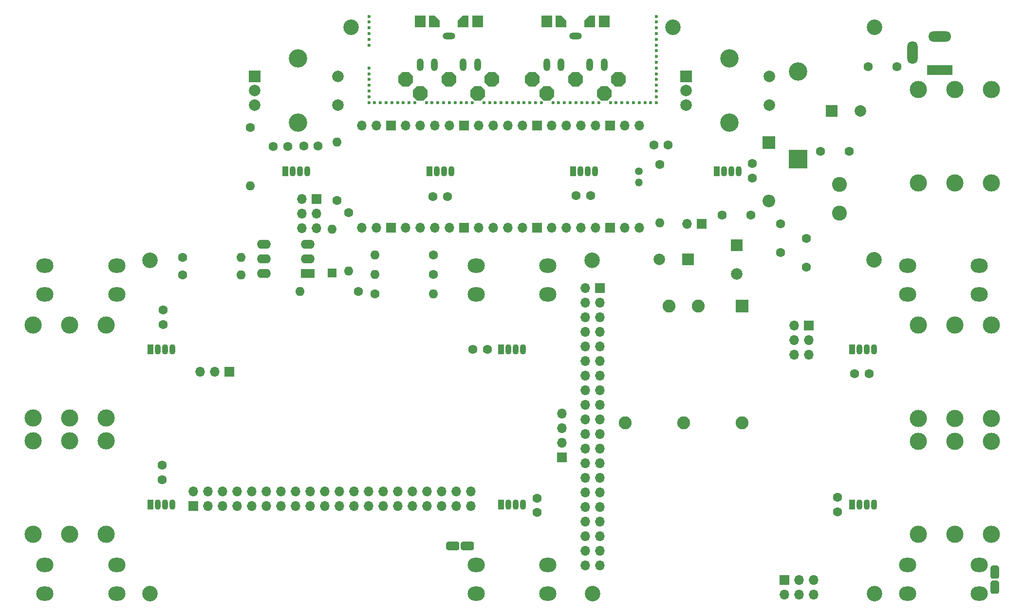
<source format=gbr>
%TF.GenerationSoftware,KiCad,Pcbnew,7.0.1.1-36-gbcf78dbe24-dirty-deb11*%
%TF.CreationDate,2023-04-24T19:27:53+00:00*%
%TF.ProjectId,pedalboard-hw,70656461-6c62-46f6-9172-642d68772e6b,2.0.0*%
%TF.SameCoordinates,Original*%
%TF.FileFunction,Soldermask,Top*%
%TF.FilePolarity,Negative*%
%FSLAX46Y46*%
G04 Gerber Fmt 4.6, Leading zero omitted, Abs format (unit mm)*
G04 Created by KiCad (PCBNEW 7.0.1.1-36-gbcf78dbe24-dirty-deb11) date 2023-04-24 19:27:53*
%MOMM*%
%LPD*%
G01*
G04 APERTURE LIST*
G04 Aperture macros list*
%AMRoundRect*
0 Rectangle with rounded corners*
0 $1 Rounding radius*
0 $2 $3 $4 $5 $6 $7 $8 $9 X,Y pos of 4 corners*
0 Add a 4 corners polygon primitive as box body*
4,1,4,$2,$3,$4,$5,$6,$7,$8,$9,$2,$3,0*
0 Add four circle primitives for the rounded corners*
1,1,$1+$1,$2,$3*
1,1,$1+$1,$4,$5*
1,1,$1+$1,$6,$7*
1,1,$1+$1,$8,$9*
0 Add four rect primitives between the rounded corners*
20,1,$1+$1,$2,$3,$4,$5,0*
20,1,$1+$1,$4,$5,$6,$7,0*
20,1,$1+$1,$6,$7,$8,$9,0*
20,1,$1+$1,$8,$9,$2,$3,0*%
%AMFreePoly0*
4,1,17,0.553688,1.285921,1.285921,0.553688,1.300800,0.517767,1.300800,-0.517767,1.285921,-0.553688,0.553688,-1.285921,0.517767,-1.300800,-0.517767,-1.300800,-0.553688,-1.285921,-1.285921,-0.553688,-1.300800,-0.517767,-1.300800,0.517767,-1.285921,0.553688,-0.553688,1.285921,-0.517767,1.300800,0.517767,1.300800,0.553688,1.285921,0.553688,1.285921,$1*%
%AMFreePoly1*
4,1,14,0.935921,1.035921,0.950800,1.000000,0.950800,-0.100000,0.935921,-0.135921,0.035921,-1.035921,0.000000,-1.050800,-0.900000,-1.050800,-0.935921,-1.035921,-0.950800,-1.000000,-0.950800,1.000000,-0.935921,1.035921,-0.900000,1.050800,0.900000,1.050800,0.935921,1.035921,0.935921,1.035921,$1*%
%AMFreePoly2*
4,1,14,0.935921,1.035921,0.950800,1.000000,0.950800,-1.000000,0.935921,-1.035921,0.900000,-1.050800,0.000000,-1.050800,-0.035921,-1.035921,-0.935921,-0.135921,-0.950800,-0.100000,-0.950800,1.000000,-0.935921,1.035921,-0.900000,1.050800,0.900000,1.050800,0.935921,1.035921,0.935921,1.035921,$1*%
G04 Aperture macros list end*
%ADD10C,2.700000*%
%ADD11C,1.600000*%
%ADD12O,1.200000X2.200000*%
%ADD13O,2.200000X1.200000*%
%ADD14C,3.000000*%
%ADD15R,4.400000X1.800000*%
%ADD16O,4.000000X1.800000*%
%ADD17O,1.800000X4.000000*%
%ADD18O,1.600000X1.600000*%
%ADD19R,1.070000X1.800000*%
%ADD20O,1.070000X1.800000*%
%ADD21R,2.250000X2.250000*%
%ADD22C,2.250000*%
%ADD23RoundRect,0.381000X-0.762000X-0.381000X0.762000X-0.381000X0.762000X0.381000X-0.762000X0.381000X0*%
%ADD24R,1.700000X1.700000*%
%ADD25O,1.700000X1.700000*%
%ADD26C,0.600000*%
%ADD27O,3.000000X2.500000*%
%ADD28R,2.400000X1.600000*%
%ADD29O,2.400000X1.600000*%
%ADD30C,2.600000*%
%ADD31FreePoly0,180.000000*%
%ADD32FreePoly0,270.000000*%
%ADD33FreePoly1,180.000000*%
%ADD34RoundRect,0.050800X0.900000X1.000000X-0.900000X1.000000X-0.900000X-1.000000X0.900000X-1.000000X0*%
%ADD35FreePoly2,180.000000*%
%ADD36R,2.000000X2.000000*%
%ADD37C,2.000000*%
%ADD38C,3.200000*%
%ADD39R,1.600000X1.600000*%
%ADD40R,3.200000X3.200000*%
%ADD41O,3.200000X3.200000*%
%ADD42RoundRect,0.381000X-0.381000X0.762000X-0.381000X-0.762000X0.381000X-0.762000X0.381000X0.762000X0*%
%ADD43R,2.200000X2.200000*%
%ADD44O,2.200000X2.200000*%
%ADD45C,1.350000*%
%ADD46O,1.350000X1.350000*%
G04 APERTURE END LIST*
D10*
%TO.C,H1*%
X168020000Y-121500000D03*
%TD*%
D11*
%TO.C,C5*%
X146800000Y-46700000D03*
X146800000Y-49200000D03*
%TD*%
D12*
%TO.C,J16*%
X121000000Y-29500000D03*
X118500000Y-29500000D03*
D13*
X116000000Y-24500000D03*
D12*
X111000000Y-29500000D03*
X113500000Y-29500000D03*
%TD*%
D10*
%TO.C,H7*%
X133000000Y-23000000D03*
%TD*%
D14*
%TO.C,J12*%
X28050000Y-111200000D03*
X28050000Y-94970000D03*
X21700000Y-111200000D03*
X21700000Y-94970000D03*
X34400000Y-111200000D03*
X34400000Y-94970000D03*
%TD*%
D11*
%TO.C,C16*%
X158637600Y-44600000D03*
X163637600Y-44600000D03*
%TD*%
D15*
%TO.C,J13*%
X179400000Y-30400000D03*
D16*
X179400000Y-24600000D03*
D17*
X174600000Y-27400000D03*
%TD*%
D11*
%TO.C,L5*%
X130700000Y-46820000D03*
D18*
X130700000Y-56980000D03*
%TD*%
D19*
%TO.C,D3*%
X115600000Y-48000000D03*
D20*
X116870000Y-48000000D03*
X118140000Y-48000000D03*
X119410000Y-48000000D03*
%TD*%
D14*
%TO.C,J11*%
X28085000Y-91000000D03*
X28085000Y-74770000D03*
X21735000Y-91000000D03*
X21735000Y-74770000D03*
X34435000Y-91000000D03*
X34435000Y-74770000D03*
%TD*%
D21*
%TO.C,PS1*%
X144960000Y-71520000D03*
D22*
X137340000Y-71520000D03*
X132260000Y-71520000D03*
X124640000Y-91840000D03*
X134800000Y-91840000D03*
X144960000Y-91840000D03*
%TD*%
D14*
%TO.C,J10*%
X181950000Y-94995000D03*
X181950000Y-111225000D03*
X188300000Y-94995000D03*
X188300000Y-111225000D03*
X175600000Y-94995000D03*
X175600000Y-111225000D03*
%TD*%
D23*
%TO.C,F4*%
X94670000Y-113200000D03*
X97270000Y-113200000D03*
%TD*%
D10*
%TO.C,H5*%
X42000000Y-63500000D03*
%TD*%
D19*
%TO.C,D4*%
X140600000Y-48000000D03*
D20*
X141870000Y-48000000D03*
X143140000Y-48000000D03*
X144410000Y-48000000D03*
%TD*%
D11*
%TO.C,C10*%
X109310000Y-104930000D03*
X109310000Y-107430000D03*
%TD*%
D19*
%TO.C,D7*%
X103100000Y-106000000D03*
D20*
X104370000Y-106000000D03*
X105640000Y-106000000D03*
X106910000Y-106000000D03*
%TD*%
D10*
%TO.C,H3*%
X118980000Y-121520000D03*
%TD*%
D24*
%TO.C,J7*%
X49590000Y-106320000D03*
D25*
X49590000Y-103780000D03*
X52130000Y-106320000D03*
X52130000Y-103780000D03*
X54670000Y-106320000D03*
X54670000Y-103780000D03*
X57210000Y-106320000D03*
X57210000Y-103780000D03*
X59750000Y-106320000D03*
X59750000Y-103780000D03*
X62290000Y-106320000D03*
X62290000Y-103780000D03*
X64830000Y-106320000D03*
X64830000Y-103780000D03*
X67370000Y-106320000D03*
X67370000Y-103780000D03*
X69910000Y-106320000D03*
X69910000Y-103780000D03*
X72450000Y-106320000D03*
X72450000Y-103780000D03*
X74990000Y-106320000D03*
X74990000Y-103780000D03*
X77530000Y-106320000D03*
X77530000Y-103780000D03*
X80070000Y-106320000D03*
X80070000Y-103780000D03*
X82610000Y-106320000D03*
X82610000Y-103780000D03*
X85150000Y-106320000D03*
X85150000Y-103780000D03*
X87690000Y-106320000D03*
X87690000Y-103780000D03*
X90230000Y-106320000D03*
X90230000Y-103780000D03*
X92770000Y-106320000D03*
X92770000Y-103780000D03*
X95310000Y-106320000D03*
X95310000Y-103780000D03*
X97850000Y-106320000D03*
X97850000Y-103780000D03*
%TD*%
D11*
%TO.C,C11*%
X161620000Y-107300000D03*
X161620000Y-104800000D03*
%TD*%
D26*
%TO.C,H10*%
X80100000Y-21075000D03*
X80100000Y-22075000D03*
X80100000Y-23075000D03*
X80100000Y-24075000D03*
X80100000Y-25075000D03*
X80100000Y-26075000D03*
X80100000Y-30075000D03*
X80100000Y-31075000D03*
X80100000Y-32075000D03*
X80100000Y-33075000D03*
X80100000Y-34075000D03*
X80100000Y-35075000D03*
X80100000Y-36075000D03*
X81100000Y-36075000D03*
X82100000Y-36075000D03*
X83100000Y-36075000D03*
X84100000Y-36075000D03*
X85100000Y-36075000D03*
X86100000Y-36075000D03*
X87100000Y-36075000D03*
X88100000Y-36075000D03*
X90100000Y-36075000D03*
X91100000Y-36075000D03*
X92100000Y-36075000D03*
X93100000Y-36075000D03*
X94100000Y-36075000D03*
X95100000Y-36075000D03*
X96100000Y-36075000D03*
X97100000Y-36075000D03*
X98100000Y-36075000D03*
X100100000Y-36075000D03*
X101100000Y-36075000D03*
X102100000Y-36075000D03*
X103100000Y-36075000D03*
X104100000Y-36075000D03*
X105100000Y-36075000D03*
X106100000Y-36075000D03*
X107100000Y-36075000D03*
X108100000Y-36075000D03*
X109100000Y-36075000D03*
X110100000Y-36075000D03*
X112100000Y-36075000D03*
X113100000Y-36075000D03*
X114100000Y-36075000D03*
X115100000Y-36075000D03*
X116100000Y-36075000D03*
X117100000Y-36075000D03*
X118100000Y-36075000D03*
X119100000Y-36075000D03*
X120100000Y-36075000D03*
X122100000Y-36075000D03*
X123100000Y-36075000D03*
X124100000Y-36075000D03*
X125100000Y-36075000D03*
X126100000Y-36075000D03*
X127100000Y-36075000D03*
X128100000Y-36075000D03*
X129100000Y-36075000D03*
X130100000Y-21075000D03*
X130100000Y-22075000D03*
X130100000Y-23075000D03*
X130100000Y-24075000D03*
X130100000Y-25075000D03*
X130100000Y-26075000D03*
X130100000Y-27075000D03*
X130100000Y-28075000D03*
X130100000Y-29075000D03*
X130100000Y-30075000D03*
X130100000Y-31075000D03*
X130100000Y-32075000D03*
X130100000Y-33075000D03*
X130100000Y-34075000D03*
X130100000Y-35075000D03*
X130100000Y-36075000D03*
%TD*%
D11*
%TO.C,C9*%
X44155000Y-101700000D03*
X44155000Y-99200000D03*
%TD*%
D27*
%TO.C,SW2*%
X98750000Y-64500000D03*
X111250000Y-64500000D03*
X98750000Y-69500000D03*
X111250000Y-69500000D03*
%TD*%
D19*
%TO.C,D9*%
X42100000Y-79000000D03*
D20*
X43370000Y-79000000D03*
X44640000Y-79000000D03*
X45910000Y-79000000D03*
%TD*%
D11*
%TO.C,R5*%
X74575000Y-53105000D03*
D18*
X74575000Y-42945000D03*
%TD*%
D28*
%TO.C,U2*%
X69475000Y-65800000D03*
D29*
X69475000Y-63260000D03*
X69475000Y-60720000D03*
X61855000Y-60720000D03*
X61855000Y-63260000D03*
X61855000Y-65800000D03*
%TD*%
D10*
%TO.C,H6*%
X77000000Y-23000000D03*
%TD*%
D30*
%TO.C,L6*%
X161900000Y-50300000D03*
X161900000Y-55300000D03*
%TD*%
D14*
%TO.C,J3*%
X181965000Y-33800000D03*
X181965000Y-50030000D03*
X188315000Y-33800000D03*
X188315000Y-50030000D03*
X175615000Y-33800000D03*
X175615000Y-50030000D03*
%TD*%
D11*
%TO.C,C1*%
X63475000Y-43700000D03*
X65975000Y-43700000D03*
%TD*%
D31*
%TO.C,J1*%
X108500000Y-32000000D03*
D32*
X116000000Y-32000000D03*
D31*
X123500000Y-32000000D03*
X111000000Y-34500000D03*
X121000000Y-34500000D03*
D33*
X118500000Y-22000000D03*
D34*
X121000000Y-22000000D03*
X111000000Y-22000000D03*
D35*
X113500000Y-22000000D03*
%TD*%
D19*
%TO.C,D2*%
X90600000Y-48000000D03*
D20*
X91870000Y-48000000D03*
X93140000Y-48000000D03*
X94410000Y-48000000D03*
%TD*%
D36*
%TO.C,SW7*%
X60250000Y-31500000D03*
D37*
X60250000Y-36500000D03*
X60250000Y-34000000D03*
D38*
X67750000Y-28400000D03*
X67750000Y-39600000D03*
D37*
X74750000Y-36500000D03*
X74750000Y-31500000D03*
%TD*%
D11*
%TO.C,C2*%
X68750000Y-43675000D03*
X71250000Y-43675000D03*
%TD*%
%TO.C,C8*%
X164570000Y-83300000D03*
X167070000Y-83300000D03*
%TD*%
D36*
%TO.C,C14*%
X144100000Y-60932323D03*
D37*
X144100000Y-65932323D03*
%TD*%
D11*
%TO.C,R1*%
X78280000Y-68980000D03*
D18*
X68120000Y-68980000D03*
%TD*%
D10*
%TO.C,H2*%
X167900000Y-63450000D03*
%TD*%
D36*
%TO.C,C15*%
X135600000Y-63400000D03*
D37*
X130600000Y-63400000D03*
%TD*%
D19*
%TO.C,D1*%
X65600000Y-48000000D03*
D20*
X66870000Y-48000000D03*
X68140000Y-48000000D03*
X69410000Y-48000000D03*
%TD*%
D11*
%TO.C,C3*%
X91250000Y-52400000D03*
X93750000Y-52400000D03*
%TD*%
D10*
%TO.C,H9*%
X42000000Y-121500000D03*
%TD*%
D14*
%TO.C,J9*%
X181950000Y-74780000D03*
X181950000Y-91010000D03*
X188300000Y-74780000D03*
X188300000Y-91010000D03*
X175600000Y-74780000D03*
X175600000Y-91010000D03*
%TD*%
D27*
%TO.C,SW1*%
X23750000Y-64500000D03*
X36250000Y-64500000D03*
X23750000Y-69500000D03*
X36250000Y-69500000D03*
%TD*%
D11*
%TO.C,C12*%
X129650000Y-43470000D03*
X132150000Y-43470000D03*
%TD*%
%TO.C,R3*%
X47695000Y-63050000D03*
D18*
X57855000Y-63050000D03*
%TD*%
D36*
%TO.C,C13*%
X160532323Y-37500000D03*
D37*
X165532323Y-37500000D03*
%TD*%
D19*
%TO.C,D5*%
X164100000Y-79000000D03*
D20*
X165370000Y-79000000D03*
X166640000Y-79000000D03*
X167910000Y-79000000D03*
%TD*%
D11*
%TO.C,R4*%
X81190000Y-69340000D03*
D18*
X91350000Y-69340000D03*
%TD*%
D19*
%TO.C,D10*%
X42100000Y-106000000D03*
D20*
X43370000Y-106000000D03*
X44640000Y-106000000D03*
X45910000Y-106000000D03*
%TD*%
D11*
%TO.C,L1*%
X76600000Y-55270000D03*
D18*
X76600000Y-65430000D03*
%TD*%
D11*
%TO.C,C18*%
X146500000Y-55700000D03*
X141500000Y-55700000D03*
%TD*%
D39*
%TO.C,D11*%
X73700000Y-65775000D03*
D18*
X73700000Y-58155000D03*
%TD*%
D11*
%TO.C,C4*%
X116150000Y-52300000D03*
X118650000Y-52300000D03*
%TD*%
D40*
%TO.C,D12*%
X154700000Y-45900000D03*
D41*
X154700000Y-30660000D03*
%TD*%
D11*
%TO.C,L2*%
X91280000Y-62575000D03*
D18*
X81120000Y-62575000D03*
%TD*%
D11*
%TO.C,F1*%
X171900000Y-29800000D03*
X166900000Y-29800000D03*
%TD*%
D10*
%TO.C,H4*%
X118900000Y-63565600D03*
%TD*%
D11*
%TO.C,C17*%
X151700000Y-57200000D03*
X151700000Y-62200000D03*
%TD*%
D19*
%TO.C,D6*%
X164100000Y-106000000D03*
D20*
X165370000Y-106000000D03*
X166640000Y-106000000D03*
X167910000Y-106000000D03*
%TD*%
D27*
%TO.C,SW6*%
X173750000Y-116500000D03*
X186250000Y-116500000D03*
X173750000Y-121500000D03*
X186250000Y-121500000D03*
%TD*%
%TO.C,SW3*%
X173750000Y-64500000D03*
X186250000Y-64500000D03*
X173750000Y-69500000D03*
X186250000Y-69500000D03*
%TD*%
D11*
%TO.C,C7*%
X100670000Y-79050000D03*
X98170000Y-79050000D03*
%TD*%
D27*
%TO.C,SW4*%
X23750000Y-116500000D03*
X36250000Y-116500000D03*
X23750000Y-121500000D03*
X36250000Y-121500000D03*
%TD*%
D10*
%TO.C,H8*%
X168000000Y-23000000D03*
%TD*%
D11*
%TO.C,L4*%
X91350000Y-65980000D03*
D18*
X81190000Y-65980000D03*
%TD*%
D36*
%TO.C,SW8*%
X135250000Y-31500000D03*
D37*
X135250000Y-36500000D03*
X135250000Y-34000000D03*
D38*
X142750000Y-28400000D03*
X142750000Y-39600000D03*
D37*
X149750000Y-36500000D03*
X149750000Y-31500000D03*
%TD*%
D11*
%TO.C,R2*%
X47695000Y-66050000D03*
D18*
X57855000Y-66050000D03*
%TD*%
D27*
%TO.C,SW5*%
X98750000Y-116500000D03*
X111250000Y-116500000D03*
X98750000Y-121500000D03*
X111250000Y-121500000D03*
%TD*%
D11*
%TO.C,C19*%
X156200000Y-64700000D03*
X156200000Y-59700000D03*
%TD*%
D31*
%TO.C,J2*%
X86505500Y-32000000D03*
D32*
X94005500Y-32000000D03*
D31*
X101505500Y-32000000D03*
X89005500Y-34500000D03*
X99005500Y-34500000D03*
D33*
X96505500Y-22000000D03*
D34*
X99005500Y-22000000D03*
X89005500Y-22000000D03*
D35*
X91505500Y-22000000D03*
%TD*%
D11*
%TO.C,C6*%
X44355000Y-72200000D03*
X44355000Y-74700000D03*
%TD*%
D42*
%TO.C,F5*%
X188930000Y-117806000D03*
X188930000Y-120406000D03*
%TD*%
D43*
%TO.C,D13*%
X149606000Y-43078400D03*
D44*
X149606000Y-53238400D03*
%TD*%
D19*
%TO.C,D8*%
X103100000Y-79000000D03*
D20*
X104370000Y-79000000D03*
X105640000Y-79000000D03*
X106910000Y-79000000D03*
%TD*%
D11*
%TO.C,L3*%
X59500000Y-40445000D03*
D18*
X59500000Y-50605000D03*
%TD*%
D12*
%TO.C,J17*%
X99000000Y-29500000D03*
X96500000Y-29500000D03*
D13*
X94000000Y-24500000D03*
D12*
X89000000Y-29500000D03*
X91500000Y-29500000D03*
%TD*%
D24*
%TO.C,J6*%
X113625000Y-97780000D03*
D25*
X113625000Y-95240000D03*
X113625000Y-92700000D03*
X113625000Y-90160000D03*
%TD*%
D24*
%TO.C,J14*%
X138000000Y-57175000D03*
D25*
X135460000Y-57175000D03*
%TD*%
D45*
%TO.C,J5*%
X127000000Y-48000000D03*
D46*
X127000000Y-50000000D03*
%TD*%
D25*
%TO.C,U1*%
X127130000Y-57890000D03*
X124590000Y-57890000D03*
D24*
X122050000Y-57890000D03*
D25*
X119510000Y-57890000D03*
X116970000Y-57890000D03*
X114430000Y-57890000D03*
X111890000Y-57890000D03*
D24*
X109350000Y-57890000D03*
D25*
X106810000Y-57890000D03*
X104270000Y-57890000D03*
X101730000Y-57890000D03*
X99190000Y-57890000D03*
D24*
X96650000Y-57890000D03*
D25*
X94110000Y-57890000D03*
X91570000Y-57890000D03*
X89030000Y-57890000D03*
X86490000Y-57890000D03*
D24*
X83950000Y-57890000D03*
D25*
X81410000Y-57890000D03*
X78870000Y-57890000D03*
X78870000Y-40110000D03*
X81410000Y-40110000D03*
D24*
X83950000Y-40110000D03*
D25*
X86490000Y-40110000D03*
X89030000Y-40110000D03*
X91570000Y-40110000D03*
X94110000Y-40110000D03*
D24*
X96650000Y-40110000D03*
D25*
X99190000Y-40110000D03*
X101730000Y-40110000D03*
X104270000Y-40110000D03*
X106810000Y-40110000D03*
D24*
X109350000Y-40110000D03*
D25*
X111890000Y-40110000D03*
X114430000Y-40110000D03*
X116970000Y-40110000D03*
X119510000Y-40110000D03*
D24*
X122050000Y-40110000D03*
D25*
X124590000Y-40110000D03*
X127130000Y-40110000D03*
%TD*%
D24*
%TO.C,J4*%
X55865000Y-82962600D03*
D25*
X53325000Y-82962600D03*
X50785000Y-82962600D03*
%TD*%
D24*
%TO.C,J8*%
X120250000Y-68375600D03*
D25*
X117710000Y-68375600D03*
X120250000Y-70915600D03*
X117710000Y-70915600D03*
X120250000Y-73455600D03*
X117710000Y-73455600D03*
X120250000Y-75995600D03*
X117710000Y-75995600D03*
X120250000Y-78535600D03*
X117710000Y-78535600D03*
X120250000Y-81075600D03*
X117710000Y-81075600D03*
X120250000Y-83615600D03*
X117710000Y-83615600D03*
X120250000Y-86155600D03*
X117710000Y-86155600D03*
X120250000Y-88695600D03*
X117710000Y-88695600D03*
X120250000Y-91235600D03*
X117710000Y-91235600D03*
X120250000Y-93775600D03*
X117710000Y-93775600D03*
X120250000Y-96315600D03*
X117710000Y-96315600D03*
X120250000Y-98855600D03*
X117710000Y-98855600D03*
X120250000Y-101395600D03*
X117710000Y-101395600D03*
X120250000Y-103935600D03*
X117710000Y-103935600D03*
X120250000Y-106475600D03*
X117710000Y-106475600D03*
X120250000Y-109015600D03*
X117710000Y-109015600D03*
X120250000Y-111555600D03*
X117710000Y-111555600D03*
X120250000Y-114095600D03*
X117710000Y-114095600D03*
X120250000Y-116635600D03*
X117710000Y-116635600D03*
D24*
X156555000Y-74845600D03*
D25*
X154015000Y-74845600D03*
X156555000Y-77385600D03*
X154015000Y-77385600D03*
X156555000Y-79925600D03*
X154015000Y-79925600D03*
D24*
X152380000Y-119150600D03*
D25*
X152380000Y-121690600D03*
X154920000Y-119150600D03*
X154920000Y-121690600D03*
X157460000Y-119150600D03*
X157460000Y-121690600D03*
%TD*%
D24*
%TO.C,J15*%
X71000000Y-52850000D03*
D25*
X68460000Y-52850000D03*
X71000000Y-55390000D03*
X68460000Y-55390000D03*
X71000000Y-57930000D03*
X68460000Y-57930000D03*
%TD*%
M02*

</source>
